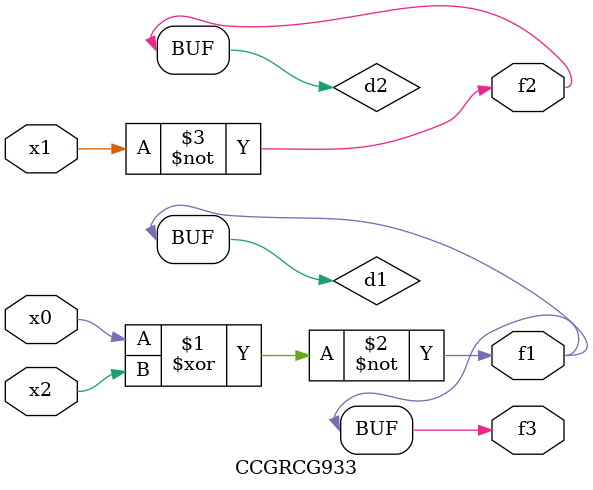
<source format=v>
module CCGRCG933(
	input x0, x1, x2,
	output f1, f2, f3
);

	wire d1, d2, d3;

	xnor (d1, x0, x2);
	nand (d2, x1);
	nor (d3, x1, x2);
	assign f1 = d1;
	assign f2 = d2;
	assign f3 = d1;
endmodule

</source>
